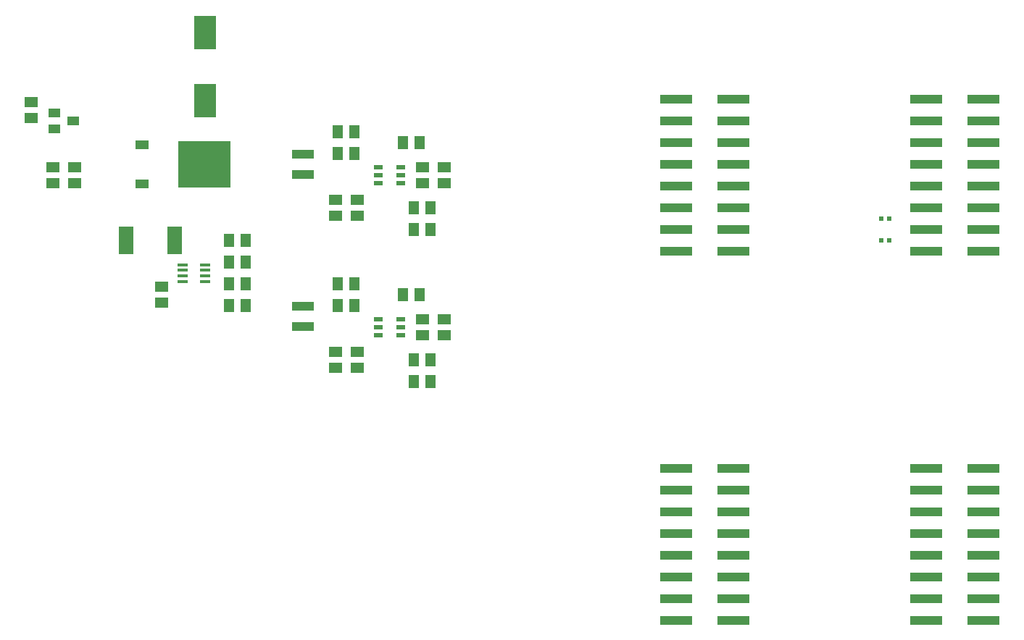
<source format=gbr>
G04 EAGLE Gerber RS-274X export*
G75*
%MOMM*%
%FSLAX34Y34*%
%LPD*%
%INSolderpaste Top*%
%IPPOS*%
%AMOC8*
5,1,8,0,0,1.08239X$1,22.5*%
G01*
%ADD10R,1.300000X1.500000*%
%ADD11R,1.500000X1.300000*%
%ADD12R,2.500000X4.000000*%
%ADD13R,1.400000X1.000000*%
%ADD14R,2.540000X1.000000*%
%ADD15R,6.200000X5.400000*%
%ADD16R,1.600000X1.000000*%
%ADD17R,1.050000X0.600000*%
%ADD18R,1.200000X0.400000*%
%ADD19R,1.800000X3.200000*%
%ADD20R,3.750000X1.000000*%
%ADD21R,0.600000X0.500000*%


D10*
X409600Y698500D03*
X428600Y698500D03*
X409600Y723900D03*
X428600Y723900D03*
X517500Y635000D03*
X498500Y635000D03*
D11*
X406400Y447700D03*
X406400Y466700D03*
X431800Y447700D03*
X431800Y466700D03*
D10*
X504800Y533400D03*
X485800Y533400D03*
X409600Y520700D03*
X428600Y520700D03*
X409600Y546100D03*
X428600Y546100D03*
X517500Y457200D03*
X498500Y457200D03*
D12*
X254000Y760100D03*
X254000Y840100D03*
D11*
X406400Y625500D03*
X406400Y644500D03*
X431800Y625500D03*
X431800Y644500D03*
D10*
X504800Y711200D03*
X485800Y711200D03*
D13*
X99900Y736600D03*
X77900Y727100D03*
X77900Y746100D03*
D14*
X368300Y674300D03*
X368300Y697300D03*
X368300Y496500D03*
X368300Y519500D03*
D15*
X253600Y685800D03*
D16*
X180600Y708600D03*
X180600Y663000D03*
D11*
X508000Y682600D03*
X508000Y663600D03*
X50800Y758800D03*
X50800Y739800D03*
X533400Y485800D03*
X533400Y504800D03*
D10*
X498500Y431800D03*
X517500Y431800D03*
D11*
X508000Y504800D03*
X508000Y485800D03*
X76200Y663600D03*
X76200Y682600D03*
X101600Y682600D03*
X101600Y663600D03*
X533400Y663600D03*
X533400Y682600D03*
D10*
X498500Y609600D03*
X517500Y609600D03*
D17*
X456400Y682600D03*
X456400Y673100D03*
X456400Y663600D03*
X483400Y673100D03*
X483400Y663600D03*
X483400Y682600D03*
X456400Y504800D03*
X456400Y495300D03*
X456400Y485800D03*
X483400Y495300D03*
X483400Y485800D03*
X483400Y504800D03*
D18*
X228300Y568550D03*
X228300Y562050D03*
X228300Y555550D03*
X228300Y549050D03*
X254300Y549050D03*
X254300Y555550D03*
X254300Y562050D03*
X254300Y568550D03*
D10*
X301600Y571500D03*
X282600Y571500D03*
X301600Y596900D03*
X282600Y596900D03*
X282600Y520700D03*
X301600Y520700D03*
X282600Y546100D03*
X301600Y546100D03*
D11*
X203200Y542900D03*
X203200Y523900D03*
D19*
X162500Y596900D03*
X218500Y596900D03*
D20*
X804450Y330200D03*
X871950Y330200D03*
X804450Y304800D03*
X871950Y304800D03*
X804450Y279400D03*
X871950Y279400D03*
X804450Y254000D03*
X871950Y254000D03*
X804450Y228600D03*
X871950Y228600D03*
X804450Y203200D03*
X871950Y203200D03*
X804450Y177800D03*
X871950Y177800D03*
X804450Y152400D03*
X871950Y152400D03*
X804450Y762000D03*
X871950Y762000D03*
X804450Y736600D03*
X871950Y736600D03*
X804450Y711200D03*
X871950Y711200D03*
X804450Y685800D03*
X871950Y685800D03*
X804450Y660400D03*
X871950Y660400D03*
X804450Y635000D03*
X871950Y635000D03*
X804450Y609600D03*
X871950Y609600D03*
X804450Y584200D03*
X871950Y584200D03*
X1096550Y762000D03*
X1164050Y762000D03*
X1096550Y736600D03*
X1164050Y736600D03*
X1096550Y711200D03*
X1164050Y711200D03*
X1096550Y685800D03*
X1164050Y685800D03*
X1096550Y660400D03*
X1164050Y660400D03*
X1096550Y635000D03*
X1164050Y635000D03*
X1096550Y609600D03*
X1164050Y609600D03*
X1096550Y584200D03*
X1164050Y584200D03*
X1096550Y330200D03*
X1164050Y330200D03*
X1096550Y304800D03*
X1164050Y304800D03*
X1096550Y279400D03*
X1164050Y279400D03*
X1096550Y254000D03*
X1164050Y254000D03*
X1096550Y228600D03*
X1164050Y228600D03*
X1096550Y203200D03*
X1164050Y203200D03*
X1096550Y177800D03*
X1164050Y177800D03*
X1096550Y152400D03*
X1164050Y152400D03*
D21*
X1044020Y622300D03*
X1054020Y622300D03*
X1044020Y596900D03*
X1054020Y596900D03*
M02*

</source>
